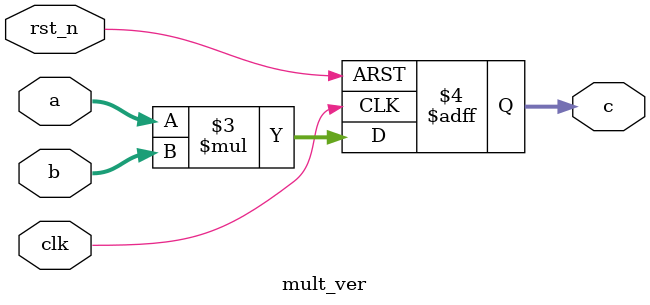
<source format=v>
`timescale 1ns/1ps

module mult_ver(
	input wire clk,
	input wire rst_n,
	input wire signed [3:0] a,
	input wire signed [3:0] b,
	output reg signed [7:0] c
	);

always @(posedge clk or negedge rst_n)
	begin
		if (rst_n == 1'b0) begin
			c <= 8'h00;
		end else begin
			c <= a * b;
		end
	end
endmodule

</source>
